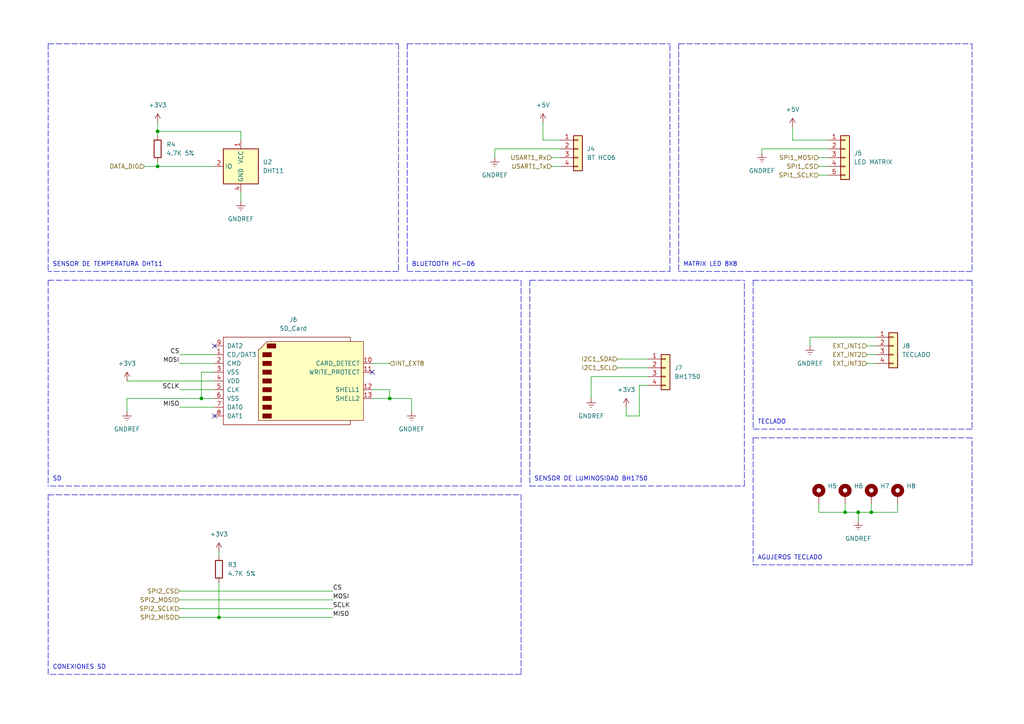
<source format=kicad_sch>
(kicad_sch (version 20211123) (generator eeschema)
  (paper "A4")
  (title_block (title "Proyecto TD2") (date "2022-10-21") (rev "v1.0") (company "UTN - FRBA") (comment 1 "Grupo 2") (comment 2 "Integrantes: Cristian Torres, Jonathan Yujra, Ovidio Argani"))
  (lib_symbols
    (symbol "Connector:SD_Card" (pin_names (offset 1.016))
      (property "Reference" "J" (at -16.51 13.97 0))
      (property "Value" "SD_Card" (at 15.24 -13.97 0))
      (symbol "SD_Card_0_1"
        (rectangle (start -8.89 -9.525) (end -6.35 -10.795) (fill (type outline)))
        (rectangle (start -8.89 -6.985) (end -6.35 -8.255) (fill (type outline)))
        (rectangle (start -8.89 -4.445) (end -6.35 -5.715) (fill (type outline)))
        (rectangle (start -8.89 -1.905) (end -6.35 -3.175) (fill (type outline)))
        (rectangle (start -8.89 0.635) (end -6.35 -0.635) (fill (type outline)))
        (rectangle (start -8.89 3.175) (end -6.35 1.905) (fill (type outline)))
        (rectangle (start -8.89 5.715) (end -6.35 4.445) (fill (type outline)))
        (rectangle (start -8.89 8.255) (end -6.35 6.985) (fill (type outline)))
        (rectangle (start -7.62 10.795) (end -5.08 9.525) (fill (type outline)))
        (polyline (pts (xy -10.16 8.89) (xy -7.62 11.43) (xy 20.32 11.43) (xy 20.32 -11.43) (xy -10.16 -11.43) (xy -10.16 8.89)) (fill (type background)))
        (polyline (pts (xy 16.51 11.43) (xy 16.51 12.7) (xy -20.32 12.7) (xy -20.32 -12.7) (xy 16.51 -12.7) (xy 16.51 -11.43)))
      )
      (symbol "SD_Card_1_1"
        (pin input line (at -22.86 7.62 0) (length 2.54) (name "CD/DAT3") (number "1"))
        (pin input line (at 22.86 5.08 180) (length 2.54) (name "CARD_DETECT") (number "10"))
        (pin input line (at 22.86 2.54 180) (length 2.54) (name "WRITE_PROTECT") (number "11"))
        (pin input line (at 22.86 -2.54 180) (length 2.54) (name "SHELL1") (number "12"))
        (pin input line (at 22.86 -5.08 180) (length 2.54) (name "SHELL2") (number "13"))
        (pin input line (at -22.86 5.08 0) (length 2.54) (name "CMD") (number "2"))
        (pin power_in line (at -22.86 2.54 0) (length 2.54) (name "VSS") (number "3"))
        (pin power_in line (at -22.86 0 0) (length 2.54) (name "VDD") (number "4"))
        (pin input line (at -22.86 -2.54 0) (length 2.54) (name "CLK") (number "5"))
        (pin power_in line (at -22.86 -5.08 0) (length 2.54) (name "VSS") (number "6"))
        (pin input line (at -22.86 -7.62 0) (length 2.54) (name "DAT0") (number "7"))
        (pin input line (at -22.86 -10.16 0) (length 2.54) (name "DAT1") (number "8"))
        (pin input line (at -22.86 10.16 0) (length 2.54) (name "DAT2") (number "9"))
      )
    )
    (symbol "Connector_Generic:Conn_01x04" (pin_names (offset 1.016) hide)
      (property "Reference" "J" (at 0 5.08 0))
      (property "Value" "Conn_01x04" (at 0 -7.62 0))
      (symbol "Conn_01x04_1_1"
        (rectangle (start -1.27 -4.953) (end 0 -5.207) (stroke (width 0.1524)))
        (rectangle (start -1.27 -2.413) (end 0 -2.667) (stroke (width 0.1524)))
        (rectangle (start -1.27 0.127) (end 0 -0.127) (stroke (width 0.1524)))
        (rectangle (start -1.27 2.667) (end 0 2.413) (stroke (width 0.1524)))
        (rectangle (start -1.27 3.81) (end 1.27 -6.35) (stroke (width 0.254)) (fill (type background)))
        (pin passive line (at -5.08 2.54 0) (length 3.81) (name "Pin_1") (number "1"))
        (pin passive line (at -5.08 0 0) (length 3.81) (name "Pin_2") (number "2"))
        (pin passive line (at -5.08 -2.54 0) (length 3.81) (name "Pin_3") (number "3"))
        (pin passive line (at -5.08 -5.08 0) (length 3.81) (name "Pin_4") (number "4"))
      )
    )
    (symbol "Connector_Generic:Conn_01x05" (pin_names (offset 1.016) hide)
      (property "Reference" "J" (at 0 7.62 0))
      (property "Value" "Conn_01x05" (at 0 -7.62 0))
      (symbol "Conn_01x05_1_1"
        (rectangle (start -1.27 -4.953) (end 0 -5.207) (stroke (width 0.1524)))
        (rectangle (start -1.27 -2.413) (end 0 -2.667) (stroke (width 0.1524)))
        (rectangle (start -1.27 0.127) (end 0 -0.127) (stroke (width 0.1524)))
        (rectangle (start -1.27 2.667) (end 0 2.413) (stroke (width 0.1524)))
        (rectangle (start -1.27 5.207) (end 0 4.953) (stroke (width 0.1524)))
        (rectangle (start -1.27 6.35) (end 1.27 -6.35) (stroke (width 0.254)) (fill (type background)))
        (pin passive line (at -5.08 5.08 0) (length 3.81) (name "Pin_1") (number "1"))
        (pin passive line (at -5.08 2.54 0) (length 3.81) (name "Pin_2") (number "2"))
        (pin passive line (at -5.08 0 0) (length 3.81) (name "Pin_3") (number "3"))
        (pin passive line (at -5.08 -2.54 0) (length 3.81) (name "Pin_4") (number "4"))
        (pin passive line (at -5.08 -5.08 0) (length 3.81) (name "Pin_5") (number "5"))
      )
    )
    (symbol "Device:R" (pin_numbers hide) (pin_names (offset 0))
      (property "Reference" "R" (at 2.032 0 90))
      (property "Value" "R" (at 0 0 90))
      (symbol "R_0_1"
        (rectangle (start -1.016 -2.54) (end 1.016 2.54) (stroke (width 0.254)))
      )
      (symbol "R_1_1"
        (pin passive line (at 0 3.81 270) (length 1.27) (name "~") (number "1"))
        (pin passive line (at 0 -3.81 90) (length 1.27) (name "~") (number "2"))
      )
    )
    (symbol "Mechanical:MountingHole_Pad" (pin_numbers hide) (pin_names (offset 1.016) hide)
      (property "Reference" "H" (at 0 6.35 0))
      (property "Value" "MountingHole_Pad" (at 0 4.445 0))
      (symbol "MountingHole_Pad_0_1"
        (circle (center 0 1.27) (radius 1.27) (stroke (width 1.27)))
      )
      (symbol "MountingHole_Pad_1_1"
        (pin input line (at 0 -2.54 90) (length 2.54) (name "1") (number "1"))
      )
    )
    (symbol "Sensor:DHT11"
      (property "Reference" "U" (at -3.81 6.35 0))
      (property "Value" "DHT11" (at 3.81 6.35 0))
      (symbol "DHT11_0_1"
        (rectangle (start -5.08 5.08) (end 5.08 -5.08) (stroke (width 0.254)) (fill (type background)))
      )
      (symbol "DHT11_1_1"
        (pin power_in line (at 0 7.62 270) (length 2.54) (name "VCC") (number "1"))
        (pin bidirectional line (at 7.62 0 180) (length 2.54) (name "IO") (number "2"))
        (pin no_connect line (at -5.08 0 0) (length 2.54) hide (name "NC") (number "3"))
        (pin power_in line (at 0 -7.62 90) (length 2.54) (name "GND") (number "4"))
      )
    )
    (symbol "power:+3V3" (power) (pin_names (offset 0))
      (property "Value" "+3V3" (at 0 3.556 0))
      (symbol "+3V3_0_1"
        (polyline (pts (xy -0.762 1.27) (xy 0 2.54)))
        (polyline (pts (xy 0 0) (xy 0 2.54)))
        (polyline (pts (xy 0 2.54) (xy 0.762 1.27)))
      )
      (symbol "+3V3_1_1"
        (pin power_in line (at 0 0 90) (length 0) hide (name "+3V3") (number "1"))
      )
    )
    (symbol "power:+5V" (power) (pin_names (offset 0))
      (property "Value" "+5V" (at 0 3.556 0))
      (symbol "+5V_0_1"
        (polyline (pts (xy -0.762 1.27) (xy 0 2.54)))
        (polyline (pts (xy 0 0) (xy 0 2.54)))
        (polyline (pts (xy 0 2.54) (xy 0.762 1.27)))
      )
      (symbol "+5V_1_1"
        (pin power_in line (at 0 0 90) (length 0) hide (name "+5V") (number "1"))
      )
    )
    (symbol "power:GNDREF" (power) (pin_names (offset 0))
      (property "Value" "GNDREF" (at 0 -3.81 0))
      (symbol "GNDREF_0_1"
        (polyline (pts (xy -0.635 -1.905) (xy 0.635 -1.905)))
        (polyline (pts (xy -0.127 -2.54) (xy 0.127 -2.54)))
        (polyline (pts (xy 0 -1.27) (xy 0 0)))
        (polyline (pts (xy 1.27 -1.27) (xy -1.27 -1.27)))
      )
      (symbol "GNDREF_1_1"
        (pin power_in line (at 0 0 270) (length 0) hide (name "GNDREF") (number "1"))
      )
    )
  )
  (junction (at 113.03 115.57))
  (junction (at 245.11 148.59))
  (junction (at 248.92 148.59))
  (junction (at 45.72 38.1))
  (junction (at 252.73 148.59))
  (junction (at 58.42 115.57))
  (junction (at 63.5 179.07))
  (junction (at 45.72 48.26))
  (no_connect (at 107.95 107.95))
  (no_connect (at 62.23 100.33))
  (no_connect (at 62.23 120.65))
  (wire (pts (xy 237.49 148.59) (xy 245.11 148.59)))
  (wire (pts (xy 52.07 173.99) (xy 96.52 173.99)))
  (polyline (pts (xy 281.94 78.74) (xy 196.85 78.74)))
  (wire (pts (xy 179.07 104.14) (xy 187.96 104.14)))
  (wire (pts (xy 143.51 43.18) (xy 143.51 45.72)))
  (wire (pts (xy 107.95 113.03) (xy 113.03 113.03)))
  (polyline (pts (xy 196.85 12.7) (xy 281.94 12.7)))
  (wire (pts (xy 157.48 35.56) (xy 157.48 40.64)))
  (wire (pts (xy 185.42 120.65) (xy 181.61 120.65)))
  (polyline (pts (xy 281.94 163.83) (xy 281.94 127)))
  (wire (pts (xy 220.98 44.45) (xy 220.98 43.18)))
  (polyline (pts (xy 118.11 12.7) (xy 118.11 78.74)))
  (wire (pts (xy 52.07 171.45) (xy 96.52 171.45)))
  (polyline (pts (xy 151.13 140.97) (xy 13.97 140.97)))
  (wire (pts (xy 113.03 113.03) (xy 113.03 115.57)))
  (polyline (pts (xy 151.13 195.58) (xy 13.97 195.58)))
  (wire (pts (xy 58.42 115.57) (xy 62.23 115.57)))
  (polyline (pts (xy 13.97 143.51) (xy 151.13 143.51)))
  (wire (pts (xy 36.83 115.57) (xy 36.83 119.38)))
  (wire (pts (xy 229.87 36.83) (xy 229.87 40.64)))
  (wire (pts (xy 245.11 148.59) (xy 248.92 148.59)))
  (wire (pts (xy 160.02 45.72) (xy 162.56 45.72)))
  (polyline (pts (xy 218.44 163.83) (xy 281.94 163.83)))
  (wire (pts (xy 237.49 50.8) (xy 240.03 50.8)))
  (wire (pts (xy 107.95 115.57) (xy 113.03 115.57)))
  (wire (pts (xy 171.45 109.22) (xy 171.45 115.57)))
  (wire (pts (xy 248.92 148.59) (xy 252.73 148.59)))
  (polyline (pts (xy 218.44 81.28) (xy 281.94 81.28)))
  (wire (pts (xy 52.07 179.07) (xy 63.5 179.07)))
  (wire (pts (xy 69.85 58.42) (xy 69.85 55.88)))
  (polyline (pts (xy 218.44 127) (xy 281.94 127)))
  (polyline (pts (xy 281.94 124.46) (xy 218.44 124.46)))
  (wire (pts (xy 260.35 148.59) (xy 260.35 146.05)))
  (polyline (pts (xy 281.94 81.28) (xy 281.94 124.46)))
  (polyline (pts (xy 153.67 140.97) (xy 215.9 140.97)))
  (polyline (pts (xy 13.97 12.7) (xy 115.57 12.7)))
  (wire (pts (xy 237.49 48.26) (xy 240.03 48.26)))
  (wire (pts (xy 52.07 102.87) (xy 62.23 102.87)))
  (wire (pts (xy 45.72 48.26) (xy 62.23 48.26)))
  (wire (pts (xy 107.95 105.41) (xy 113.03 105.41)))
  (wire (pts (xy 119.38 115.57) (xy 119.38 119.38)))
  (wire (pts (xy 252.73 146.05) (xy 252.73 148.59)))
  (wire (pts (xy 58.42 107.95) (xy 58.42 115.57)))
  (wire (pts (xy 187.96 109.22) (xy 171.45 109.22)))
  (wire (pts (xy 220.98 43.18) (xy 240.03 43.18)))
  (wire (pts (xy 45.72 35.56) (xy 45.72 38.1)))
  (polyline (pts (xy 215.9 140.97) (xy 215.9 81.28)))
  (wire (pts (xy 157.48 40.64) (xy 162.56 40.64)))
  (wire (pts (xy 63.5 160.02) (xy 63.5 161.29)))
  (wire (pts (xy 45.72 38.1) (xy 69.85 38.1)))
  (polyline (pts (xy 151.13 143.51) (xy 151.13 195.58)))
  (polyline (pts (xy 118.11 12.7) (xy 194.31 12.7)))
  (wire (pts (xy 240.03 40.64) (xy 229.87 40.64)))
  (polyline (pts (xy 218.44 81.28) (xy 218.44 124.46)))
  (wire (pts (xy 252.73 148.59) (xy 260.35 148.59)))
  (wire (pts (xy 162.56 43.18) (xy 143.51 43.18)))
  (wire (pts (xy 52.07 105.41) (xy 62.23 105.41)))
  (polyline (pts (xy 13.97 81.28) (xy 13.97 140.97)))
  (polyline (pts (xy 196.85 12.7) (xy 196.85 78.74)))
  (wire (pts (xy 251.46 100.33) (xy 254 100.33)))
  (wire (pts (xy 234.95 97.79) (xy 254 97.79)))
  (polyline (pts (xy 153.67 81.28) (xy 153.67 140.97)))
  (wire (pts (xy 237.49 146.05) (xy 237.49 148.59)))
  (wire (pts (xy 240.03 45.72) (xy 237.49 45.72)))
  (wire (pts (xy 185.42 111.76) (xy 185.42 120.65)))
  (wire (pts (xy 41.91 48.26) (xy 45.72 48.26)))
  (polyline (pts (xy 194.31 78.74) (xy 194.31 12.7)))
  (wire (pts (xy 251.46 105.41) (xy 254 105.41)))
  (wire (pts (xy 63.5 168.91) (xy 63.5 179.07)))
  (polyline (pts (xy 153.67 81.28) (xy 215.9 81.28)))
  (wire (pts (xy 248.92 148.59) (xy 248.92 151.13)))
  (polyline (pts (xy 13.97 12.7) (xy 13.97 78.74)))
  (wire (pts (xy 245.11 146.05) (xy 245.11 148.59)))
  (wire (pts (xy 234.95 97.79) (xy 234.95 100.33)))
  (wire (pts (xy 52.07 118.11) (xy 62.23 118.11)))
  (wire (pts (xy 45.72 38.1) (xy 45.72 39.37)))
  (wire (pts (xy 36.83 110.49) (xy 62.23 110.49)))
  (wire (pts (xy 113.03 115.57) (xy 119.38 115.57)))
  (wire (pts (xy 181.61 120.65) (xy 181.61 118.11)))
  (polyline (pts (xy 151.13 81.28) (xy 151.13 140.97)))
  (wire (pts (xy 52.07 113.03) (xy 62.23 113.03)))
  (polyline (pts (xy 13.97 143.51) (xy 13.97 195.58)))
  (wire (pts (xy 160.02 48.26) (xy 162.56 48.26)))
  (polyline (pts (xy 218.44 127) (xy 218.44 163.83)))
  (wire (pts (xy 179.07 106.68) (xy 187.96 106.68)))
  (polyline (pts (xy 13.97 81.28) (xy 151.13 81.28)))
  (wire (pts (xy 69.85 38.1) (xy 69.85 40.64)))
  (wire (pts (xy 63.5 179.07) (xy 96.52 179.07)))
  (wire (pts (xy 45.72 46.99) (xy 45.72 48.26)))
  (polyline (pts (xy 281.94 12.7) (xy 281.94 78.74)))
  (wire (pts (xy 52.07 176.53) (xy 96.52 176.53)))
  (polyline (pts (xy 115.57 12.7) (xy 115.57 78.74)))
  (wire (pts (xy 58.42 107.95) (xy 62.23 107.95)))
  (wire (pts (xy 185.42 111.76) (xy 187.96 111.76)))
  (wire (pts (xy 251.46 102.87) (xy 254 102.87)))
  (polyline (pts (xy 118.11 78.74) (xy 194.31 78.74)))
  (wire (pts (xy 36.83 115.57) (xy 58.42 115.57)))
  (polyline (pts (xy 115.57 78.74) (xy 13.97 78.74)))
  (text "BLUETOOTH HC-06" (at 119.38 77.47 0) (effects (font (size 1.27 1.27)) (justify left bottom)))
  (text "SENSOR DE TEMPERATURA DHT11" (at 15.24 77.47 0) (effects (font (size 1.27 1.27)) (justify left bottom)))
  (text "SENSOR DE LUMINOSIDAD BH1750" (at 154.94 139.7 0) (effects (font (size 1.27 1.27)) (justify left bottom)))
  (text "TECLADO" (at 219.71 123.19 0) (effects (font (size 1.27 1.27)) (justify left bottom)))
  (text "AGUJEROS TECLADO" (at 219.71 162.56 0) (effects (font (size 1.27 1.27)) (justify left bottom)))
  (text "CONEXIONES SD" (at 15.24 194.31 0) (effects (font (size 1.27 1.27)) (justify left bottom)))
  (text "SD" (at 15.24 139.7 0) (effects (font (size 1.27 1.27)) (justify left bottom)))
  (text "MATRIX LED 8X8" (at 198.12 77.47 0) (effects (font (size 1.27 1.27)) (justify left bottom)))
  (label "MOSI" (at 52.07 105.41 180))
  (label "SCLK" (at 52.07 113.03 180))
  (label "MOSI" (at 96.52 173.99 0))
  (label "MISO" (at 96.52 179.07 0))
  (label "CS" (at 96.52 171.45 0))
  (label "CS" (at 52.07 102.87 180))
  (label "MISO" (at 52.07 118.11 180))
  (label "SCLK" (at 96.52 176.53 0))
  (hierarchical_label "DATA_DIG" (shape input) (at 41.91 48.26 180))
  (hierarchical_label "SPI1_SCLK" (shape input) (at 237.49 50.8 180))
  (hierarchical_label "SPI2_SCLK" (shape input) (at 52.07 176.53 180))
  (hierarchical_label "SPI1_CS" (shape input) (at 237.49 48.26 180))
  (hierarchical_label "EXT_INT2" (shape input) (at 251.46 102.87 180))
  (hierarchical_label "SPI1_MOSI" (shape input) (at 237.49 45.72 180))
  (hierarchical_label "SPI2_MOSI" (shape input) (at 52.07 173.99 180))
  (hierarchical_label "USART1_Rx" (shape input) (at 160.02 45.72 180))
  (hierarchical_label "EXT_INT1" (shape input) (at 251.46 100.33 180))
  (hierarchical_label "EXT_INT3" (shape input) (at 251.46 105.41 180))
  (hierarchical_label "USART1_Tx" (shape input) (at 160.02 48.26 180))
  (hierarchical_label "I2C1_SCL" (shape input) (at 179.07 106.68 180))
  (hierarchical_label "SPI2_CS" (shape input) (at 52.07 171.45 180))
  (hierarchical_label "INT_EXT8" (shape input) (at 113.03 105.41 0))
  (hierarchical_label "I2C1_SDA" (shape input) (at 179.07 104.14 180))
  (hierarchical_label "SPI2_MISO" (shape input) (at 52.07 179.07 180))
  (symbol (lib_id "power:GNDREF") (at 119.38 119.38 0) (unit 1)
    (property "Reference" "#PWR01" (effects hide))
    (property "Value" "GNDREF" (at 119.38 124.46 0))
  )
  (symbol (lib_id "power:+5V") (at 157.48 35.56 0) (unit 1)
    (property "Reference" "#PWR0119" (effects hide))
    (property "Value" "+5V" (at 157.48 30.48 0))
  )
  (symbol (lib_id "power:GNDREF") (at 69.85 58.42 0) (unit 1)
    (property "Reference" "#PWR08" (effects hide))
    (property "Value" "GNDREF" (at 69.85 63.5 0))
  )
  (symbol (lib_id "Mechanical:MountingHole_Pad") (at 260.35 143.51 0) (unit 1)
    (property "Reference" "H8" (at 262.89 140.9699 0) (effects (justify left)))
    (property "Value" "MountingHole_Pad" (effects hide))
    (property "Footprint" "MountingHole:MountingHole_2.5mm_Pad" (effects hide))
  )
  (symbol (lib_id "Mechanical:MountingHole_Pad") (at 252.73 143.51 0) (unit 1)
    (property "Reference" "H7" (at 255.27 140.9699 0) (effects (justify left)))
    (property "Value" "MountingHole_Pad" (effects hide))
    (property "Footprint" "MountingHole:MountingHole_2.5mm_Pad" (effects hide))
  )
  (symbol (lib_id "power:+3V3") (at 36.83 110.49 0) (unit 1)
    (property "Reference" "#PWR0104" (effects hide))
    (property "Value" "+3V3" (at 36.83 105.41 0))
  )
  (symbol (lib_id "power:GNDREF") (at 234.95 100.33 0) (unit 1)
    (property "Reference" "#PWR03" (effects hide))
    (property "Value" "GNDREF" (at 234.95 105.41 0))
  )
  (symbol (lib_id "power:GNDREF") (at 143.51 45.72 0) (unit 1)
    (property "Reference" "#PWR0118" (effects hide))
    (property "Value" "GNDREF" (at 143.51 50.8 0))
  )
  (symbol (lib_id "Connector_Generic:Conn_01x04") (at 193.04 106.68 0) (unit 1)
    (property "Reference" "J7" (at 195.58 106.6799 0) (effects (justify left)))
    (property "Value" "BH1750" (at 195.58 109.2199 0) (effects (justify left)))
    (property "Footprint" "Connector_PinSocket_2.54mm:PinSocket_1x04_P2.54mm_Vertical" (effects hide))
    (property "Datasheet" "https://components101.com/sites/default/files/component_datasheet/BH1750.pdf" (effects hide))
  )
  (symbol (lib_id "power:+3V3") (at 181.61 118.11 0) (unit 1)
    (property "Reference" "#PWR0122" (effects hide))
    (property "Value" "+3V3" (at 181.61 113.03 0))
  )
  (symbol (lib_id "Mechanical:MountingHole_Pad") (at 237.49 143.51 0) (unit 1)
    (property "Reference" "H5" (at 240.03 140.9699 0) (effects (justify left)))
    (property "Value" "MountingHole_Pad" (effects hide))
    (property "Footprint" "MountingHole:MountingHole_2.5mm_Pad" (effects hide))
  )
  (symbol (lib_id "power:GNDREF") (at 220.98 44.45 0) (unit 1)
    (property "Reference" "#PWR04" (effects hide))
    (property "Value" "GNDREF" (at 220.98 49.53 0))
  )
  (symbol (lib_id "power:+3V3") (at 63.5 160.02 0) (unit 1)
    (property "Reference" "#PWR0102" (effects hide))
    (property "Value" "+3V3" (at 63.5 154.94 0))
  )
  (symbol (lib_id "Device:R") (at 45.72 43.18 0) (unit 1)
    (property "Reference" "R4" (at 48.26 41.9099 0) (effects (justify left)))
    (property "Value" "4.7K 5%" (at 48.26 44.4499 0) (effects (justify left)))
    (property "Footprint" "Resistor_THT:R_Axial_DIN0207_L6.3mm_D2.5mm_P15.24mm_Horizontal" (effects hide))
    (property "Datasheet" "https://www.yageo.com/upload/media/product/productsearch/datasheet/lr/YAGEO%20CFR_datasheet_2021v0.pdf" (effects hide))
  )
  (symbol (lib_id "Connector_Generic:Conn_01x04") (at 167.64 43.18 0) (unit 1)
    (property "Reference" "J4" (at 170.18 43.1799 0) (effects (justify left)))
    (property "Value" "BT HC06" (at 170.18 45.7199 0) (effects (justify left)))
    (property "Footprint" "Proyecto:HC06" (effects hide))
    (property "Datasheet" "https://www.etechnophiles.com/wp-content/uploads/2020/10/HC-06-Datasheet.pdf" (effects hide))
  )
  (symbol (lib_id "Sensor:DHT11") (at 69.85 48.26 0) (mirror y) (unit 1)
    (property "Reference" "U2" (at 76.2 46.9899 0) (effects (justify right)))
    (property "Value" "DHT11" (at 76.2 49.5299 0) (effects (justify right)))
    (property "Footprint" "Sensor:Aosong_DHT11_5.5x12.0_P2.54mm" (effects hide))
    (property "Datasheet" "https://components101.com/sites/default/files/component_datasheet/DHT11-Temperature-Sensor.pdf" (effects hide))
  )
  (symbol (lib_id "Mechanical:MountingHole_Pad") (at 245.11 143.51 0) (unit 1)
    (property "Reference" "H6" (at 247.65 140.9699 0) (effects (justify left)))
    (property "Value" "MountingHole_Pad" (effects hide))
    (property "Footprint" "MountingHole:MountingHole_2.5mm_Pad" (effects hide))
  )
  (symbol (lib_id "Connector_Generic:Conn_01x05") (at 245.11 45.72 0) (unit 1)
    (property "Reference" "J5" (at 247.65 44.4499 0) (effects (justify left)))
    (property "Value" "LED MATRIX" (at 247.65 46.9899 0) (effects (justify left)))
    (property "Footprint" "Connector_PinSocket_2.54mm:PinSocket_1x05_P2.54mm_Vertical" (effects hide))
    (property "Datasheet" "https://www.farnell.com/datasheets/29075.pdf" (effects hide))
  )
  (symbol (lib_id "Connector:SD_Card") (at 85.09 110.49 0) (unit 1)
    (property "Reference" "J6" (at 85.09 92.71 0))
    (property "Value" "SD_Card" (at 85.09 95.25 0))
    (property "Footprint" "footprints:footprint_SD_GSD09002SEU" (effects hide))
    (property "Datasheet" "http://portal.fciconnect.com/Comergent//fci/drawing/10067847.pdf" (effects hide))
  )
  (symbol (lib_id "power:GNDREF") (at 248.92 151.13 0) (unit 1)
    (property "Reference" "#PWR09" (effects hide))
    (property "Value" "GNDREF" (at 248.92 156.21 0))
  )
  (symbol (lib_id "Device:R") (at 63.5 165.1 0) (unit 1)
    (property "Reference" "R3" (at 66.04 163.8299 0) (effects (justify left)))
    (property "Value" "4.7K 5%" (at 66.04 166.3699 0) (effects (justify left)))
    (property "Footprint" "Resistor_THT:R_Axial_DIN0207_L6.3mm_D2.5mm_P15.24mm_Horizontal" (effects hide))
    (property "Datasheet" "https://www.yageo.com/upload/media/product/productsearch/datasheet/lr/YAGEO%20CFR_datasheet_2021v0.pdf" (effects hide))
  )
  (symbol (lib_id "power:+3V3") (at 45.72 35.56 0) (unit 1)
    (property "Reference" "#PWR0109" (effects hide))
    (property "Value" "+3V3" (at 45.72 30.48 0))
  )
  (symbol (lib_id "power:+5V") (at 229.87 36.83 0) (unit 1)
    (property "Reference" "#PWR05" (effects hide))
    (property "Value" "+5V" (at 229.87 31.75 0))
  )
  (symbol (lib_id "power:GNDREF") (at 171.45 115.57 0) (unit 1)
    (property "Reference" "#PWR02" (effects hide))
    (property "Value" "GNDREF" (at 171.45 120.65 0))
  )
  (symbol (lib_id "power:GNDREF") (at 36.83 119.38 0) (unit 1)
    (property "Reference" "#PWR0121" (effects hide))
    (property "Value" "GNDREF" (at 36.83 124.46 0))
  )
  (symbol (lib_id "Connector_Generic:Conn_01x04") (at 259.08 100.33 0) (unit 1)
    (property "Reference" "J8" (at 261.62 100.3299 0) (effects (justify left)))
    (property "Value" "TECLADO" (at 261.62 102.8699 0) (effects (justify left)))
    (property "Footprint" "Connector_PinSocket_2.54mm:PinSocket_1x04_P2.54mm_Vertical" (effects hide))
    (property "Datasheet" "https://components101.com/sites/default/files/component_datasheet/BH1750.pdf" (effects hide))
  )
)
</source>
